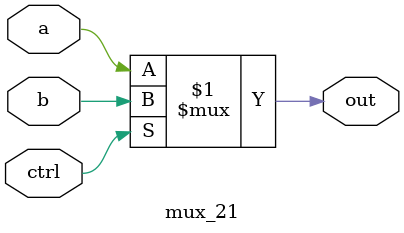
<source format=v>
module mux_21(a, b, ctrl, out);
input a, b, ctrl;
output out;

assign out = ctrl ? b : a;

endmodule

</source>
